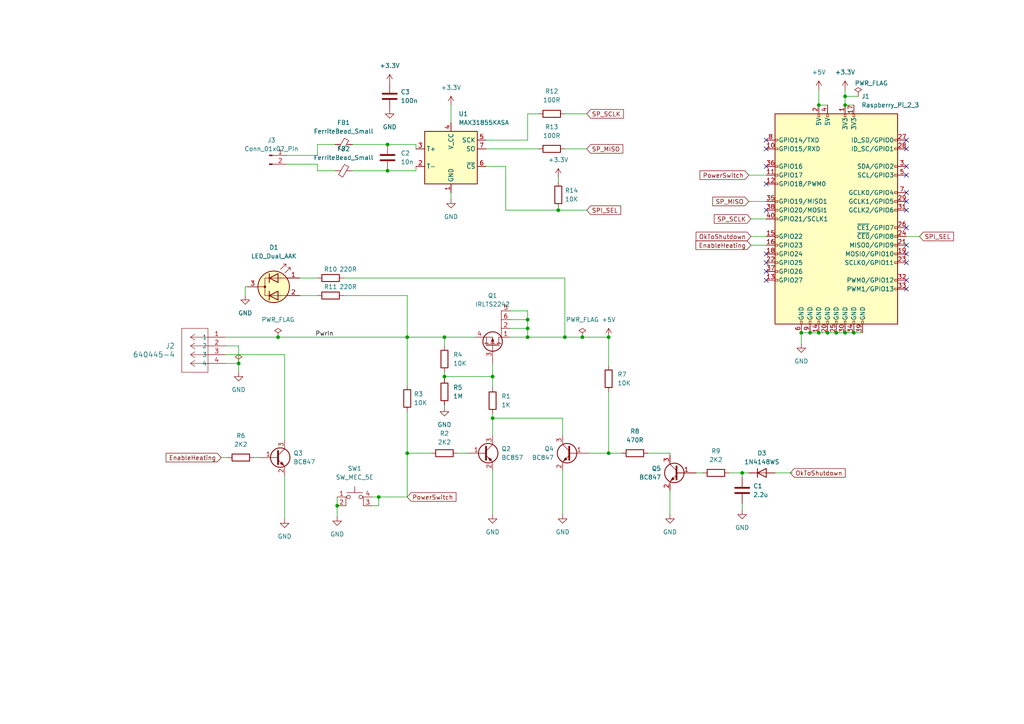
<source format=kicad_sch>
(kicad_sch (version 20230121) (generator eeschema)
  (paper "A4")
  (lib_symbols
    (symbol "Connector:Conn_01x02_Pin" (pin_names (offset 1.016) hide)
      (property "Reference" "J" (at 0 2.54 0))
      (property "Value" "Conn_01x02_Pin" (at 0 -5.08 0))
      (symbol "Conn_01x02_Pin_1_1"
        (polyline (pts (xy 1.27 -2.54) (xy 0.8636 -2.54)) (stroke (width 0.1524)))
        (polyline (pts (xy 1.27 0) (xy 0.8636 0)) (stroke (width 0.1524)))
        (rectangle (start 0.8636 -2.413) (end 0 -2.667) (stroke (width 0.1524)) (fill (type outline)))
        (rectangle (start 0.8636 0.127) (end 0 -0.127) (stroke (width 0.1524)) (fill (type outline)))
        (pin passive line (at 5.08 0 180) (length 3.81) (name "Pin_1") (number "1"))
        (pin passive line (at 5.08 -2.54 180) (length 3.81) (name "Pin_2") (number "2"))
      )
    )
    (symbol "Connector:Raspberry_Pi_2_3" (pin_names (offset 1.016))
      (property "Reference" "J" (at -17.78 31.75 0))
      (property "Value" "Raspberry_Pi_2_3" (at 10.16 -31.75 0))
      (symbol "Raspberry_Pi_2_3_0_1"
        (rectangle (start -17.78 30.48) (end 17.78 -30.48) (stroke (width 0.254)) (fill (type background)))
      )
      (symbol "Raspberry_Pi_2_3_1_1"
        (rectangle (start -16.891 -17.526) (end -17.78 -18.034))
        (rectangle (start -16.891 -14.986) (end -17.78 -15.494))
        (rectangle (start -16.891 -12.446) (end -17.78 -12.954))
        (rectangle (start -16.891 -9.906) (end -17.78 -10.414))
        (rectangle (start -16.891 -7.366) (end -17.78 -7.874))
        (rectangle (start -16.891 -4.826) (end -17.78 -5.334))
        (rectangle (start -16.891 0.254) (end -17.78 -0.254))
        (rectangle (start -16.891 2.794) (end -17.78 2.286))
        (rectangle (start -16.891 5.334) (end -17.78 4.826))
        (rectangle (start -16.891 10.414) (end -17.78 9.906))
        (rectangle (start -16.891 12.954) (end -17.78 12.446))
        (rectangle (start -16.891 15.494) (end -17.78 14.986))
        (rectangle (start -16.891 20.574) (end -17.78 20.066))
        (rectangle (start -16.891 23.114) (end -17.78 22.606))
        (rectangle (start -10.414 -29.591) (end -9.906 -30.48))
        (rectangle (start -7.874 -29.591) (end -7.366 -30.48))
        (rectangle (start -5.334 -29.591) (end -4.826 -30.48))
        (rectangle (start -5.334 30.48) (end -4.826 29.591))
        (rectangle (start -2.794 -29.591) (end -2.286 -30.48))
        (rectangle (start -2.794 30.48) (end -2.286 29.591))
        (rectangle (start -0.254 -29.591) (end 0.254 -30.48))
        (rectangle (start 2.286 -29.591) (end 2.794 -30.48))
        (rectangle (start 2.286 30.48) (end 2.794 29.591))
        (rectangle (start 4.826 -29.591) (end 5.334 -30.48))
        (rectangle (start 4.826 30.48) (end 5.334 29.591))
        (rectangle (start 7.366 -29.591) (end 7.874 -30.48))
        (rectangle (start 17.78 -20.066) (end 16.891 -20.574))
        (rectangle (start 17.78 -17.526) (end 16.891 -18.034))
        (rectangle (start 17.78 -12.446) (end 16.891 -12.954))
        (rectangle (start 17.78 -9.906) (end 16.891 -10.414))
        (rectangle (start 17.78 -7.366) (end 16.891 -7.874))
        (rectangle (start 17.78 -4.826) (end 16.891 -5.334))
        (rectangle (start 17.78 -2.286) (end 16.891 -2.794))
        (rectangle (start 17.78 2.794) (end 16.891 2.286))
        (rectangle (start 17.78 5.334) (end 16.891 4.826))
        (rectangle (start 17.78 7.874) (end 16.891 7.366))
        (rectangle (start 17.78 12.954) (end 16.891 12.446))
        (rectangle (start 17.78 15.494) (end 16.891 14.986))
        (rectangle (start 17.78 20.574) (end 16.891 20.066))
        (rectangle (start 17.78 23.114) (end 16.891 22.606))
        (pin power_in line (at 2.54 33.02 270) (length 2.54) (name "3V3") (number "1"))
        (pin bidirectional line (at -20.32 20.32 0) (length 2.54) (name "GPIO15/RXD") (number "10"))
        (pin bidirectional line (at -20.32 12.7 0) (length 2.54) (name "GPIO17") (number "11"))
        (pin bidirectional line (at -20.32 10.16 0) (length 2.54) (name "GPIO18/PWM0") (number "12"))
        (pin bidirectional line (at -20.32 -17.78 0) (length 2.54) (name "GPIO27") (number "13"))
        (pin power_in line (at -5.08 -33.02 90) (length 2.54) (name "GND") (number "14"))
        (pin bidirectional line (at -20.32 -5.08 0) (length 2.54) (name "GPIO22") (number "15"))
        (pin bidirectional line (at -20.32 -7.62 0) (length 2.54) (name "GPIO23") (number "16"))
        (pin power_in line (at 5.08 33.02 270) (length 2.54) (name "3V3") (number "17"))
        (pin bidirectional line (at -20.32 -10.16 0) (length 2.54) (name "GPIO24") (number "18"))
        (pin bidirectional line (at 20.32 -10.16 180) (length 2.54) (name "MOSI0/GPIO10") (number "19"))
        (pin power_in line (at -5.08 33.02 270) (length 2.54) (name "5V") (number "2"))
        (pin power_in line (at -2.54 -33.02 90) (length 2.54) (name "GND") (number "20"))
        (pin bidirectional line (at 20.32 -7.62 180) (length 2.54) (name "MISO0/GPIO9") (number "21"))
        (pin bidirectional line (at -20.32 -12.7 0) (length 2.54) (name "GPIO25") (number "22"))
        (pin bidirectional line (at 20.32 -12.7 180) (length 2.54) (name "SCLK0/GPIO11") (number "23"))
        (pin bidirectional line (at 20.32 -5.08 180) (length 2.54) (name "~{CE0}/GPIO8") (number "24"))
        (pin power_in line (at 0 -33.02 90) (length 2.54) (name "GND") (number "25"))
        (pin bidirectional line (at 20.32 -2.54 180) (length 2.54) (name "~{CE1}/GPIO7") (number "26"))
        (pin bidirectional line (at 20.32 22.86 180) (length 2.54) (name "ID_SD/GPIO0") (number "27"))
        (pin bidirectional line (at 20.32 20.32 180) (length 2.54) (name "ID_SC/GPIO1") (number "28"))
        (pin bidirectional line (at 20.32 5.08 180) (length 2.54) (name "GCLK1/GPIO5") (number "29"))
        (pin bidirectional line (at 20.32 15.24 180) (length 2.54) (name "SDA/GPIO2") (number "3"))
        (pin power_in line (at 2.54 -33.02 90) (length 2.54) (name "GND") (number "30"))
        (pin bidirectional line (at 20.32 2.54 180) (length 2.54) (name "GCLK2/GPIO6") (number "31"))
        (pin bidirectional line (at 20.32 -17.78 180) (length 2.54) (name "PWM0/GPIO12") (number "32"))
        (pin bidirectional line (at 20.32 -20.32 180) (length 2.54) (name "PWM1/GPIO13") (number "33"))
        (pin power_in line (at 5.08 -33.02 90) (length 2.54) (name "GND") (number "34"))
        (pin bidirectional line (at -20.32 5.08 0) (length 2.54) (name "GPIO19/MISO1") (number "35"))
        (pin bidirectional line (at -20.32 15.24 0) (length 2.54) (name "GPIO16") (number "36"))
        (pin bidirectional line (at -20.32 -15.24 0) (length 2.54) (name "GPIO26") (number "37"))
        (pin bidirectional line (at -20.32 2.54 0) (length 2.54) (name "GPIO20/MOSI1") (number "38"))
        (pin power_in line (at 7.62 -33.02 90) (length 2.54) (name "GND") (number "39"))
        (pin power_in line (at -2.54 33.02 270) (length 2.54) (name "5V") (number "4"))
        (pin bidirectional line (at -20.32 0 0) (length 2.54) (name "GPIO21/SCLK1") (number "40"))
        (pin bidirectional line (at 20.32 12.7 180) (length 2.54) (name "SCL/GPIO3") (number "5"))
        (pin power_in line (at -10.16 -33.02 90) (length 2.54) (name "GND") (number "6"))
        (pin bidirectional line (at 20.32 7.62 180) (length 2.54) (name "GCLK0/GPIO4") (number "7"))
        (pin bidirectional line (at -20.32 22.86 0) (length 2.54) (name "GPIO14/TXD") (number "8"))
        (pin power_in line (at -7.62 -33.02 90) (length 2.54) (name "GND") (number "9"))
      )
    )
    (symbol "Device:C" (pin_numbers hide) (pin_names (offset 0.254))
      (property "Reference" "C" (at 0.635 2.54 0))
      (property "Value" "C" (at 0.635 -2.54 0))
      (symbol "C_0_1"
        (polyline (pts (xy -2.032 -0.762) (xy 2.032 -0.762)) (stroke (width 0.508)))
        (polyline (pts (xy -2.032 0.762) (xy 2.032 0.762)) (stroke (width 0.508)))
      )
      (symbol "C_1_1"
        (pin passive line (at 0 3.81 270) (length 2.794) (name "~") (number "1"))
        (pin passive line (at 0 -3.81 90) (length 2.794) (name "~") (number "2"))
      )
    )
    (symbol "Device:FerriteBead_Small" (pin_numbers hide) (pin_names (offset 0))
      (property "Reference" "FB" (at 1.905 1.27 0))
      (property "Value" "FerriteBead_Small" (at 1.905 -1.27 0))
      (symbol "FerriteBead_Small_0_1"
        (polyline (pts (xy 0 -1.27) (xy 0 -0.7874)))
        (polyline (pts (xy 0 0.889) (xy 0 1.2954)))
        (polyline (pts (xy -1.8288 0.2794) (xy -1.1176 1.4986) (xy 1.8288 -0.2032) (xy 1.1176 -1.4224) (xy -1.8288 0.2794)))
      )
      (symbol "FerriteBead_Small_1_1"
        (pin passive line (at 0 2.54 270) (length 1.27) (name "~") (number "1"))
        (pin passive line (at 0 -2.54 90) (length 1.27) (name "~") (number "2"))
      )
    )
    (symbol "Device:LED_Dual_AAK" (pin_names (offset 0) hide)
      (property "Reference" "D" (at 0 5.715 0))
      (property "Value" "LED_Dual_AAK" (at 0 -6.35 0))
      (symbol "LED_Dual_AAK_0_1"
        (circle (center -2.54 0) (radius 0.2794) (fill (type outline)))
        (polyline (pts (xy -4.572 0) (xy -2.54 0)))
        (polyline (pts (xy -1.27 -1.27) (xy -1.27 -3.81)) (stroke (width 0.254)))
        (polyline (pts (xy -1.27 1.27) (xy -1.27 3.81)) (stroke (width 0.254)))
        (polyline (pts (xy 3.81 -2.54) (xy 1.905 -2.54)))
        (polyline (pts (xy 3.81 2.54) (xy 1.905 2.54)))
        (polyline (pts (xy 1.27 -3.81) (xy 1.27 -1.27) (xy -1.27 -2.54) (xy 1.27 -3.81)) (stroke (width 0.254)))
        (polyline (pts (xy 1.27 1.27) (xy 1.27 3.81) (xy -1.27 2.54) (xy 1.27 1.27)) (stroke (width 0.254)))
        (polyline (pts (xy 2.032 2.54) (xy -2.54 2.54) (xy -2.54 -2.54) (xy 2.032 -2.54)))
        (polyline (pts (xy 2.032 5.08) (xy 3.556 6.604) (xy 2.794 6.604) (xy 3.556 6.604) (xy 3.556 5.842)))
        (polyline (pts (xy 3.302 4.064) (xy 4.826 5.588) (xy 4.064 5.588) (xy 4.826 5.588) (xy 4.826 4.826)))
        (circle (center 0 0) (radius 4.572) (stroke (width 0.254)) (fill (type background)))
      )
      (symbol "LED_Dual_AAK_1_1"
        (pin input line (at 7.62 2.54 180) (length 3.81) (name "A1") (number "1"))
        (pin input line (at 7.62 -2.54 180) (length 3.81) (name "A2") (number "2"))
        (pin input line (at -7.62 0 0) (length 3.048) (name "K") (number "3"))
      )
    )
    (symbol "Device:R" (pin_numbers hide) (pin_names (offset 0))
      (property "Reference" "R" (at 2.032 0 90))
      (property "Value" "R" (at 0 0 90))
      (symbol "R_0_1"
        (rectangle (start -1.016 -2.54) (end 1.016 2.54) (stroke (width 0.254)))
      )
      (symbol "R_1_1"
        (pin passive line (at 0 3.81 270) (length 1.27) (name "~") (number "1"))
        (pin passive line (at 0 -3.81 90) (length 1.27) (name "~") (number "2"))
      )
    )
    (symbol "Diode:1N4148WS" (pin_numbers hide) (pin_names hide)
      (property "Reference" "D" (at 0 2.54 0))
      (property "Value" "1N4148WS" (at 0 -2.54 0))
      (symbol "1N4148WS_0_1"
        (polyline (pts (xy -1.27 1.27) (xy -1.27 -1.27)) (stroke (width 0.254)))
        (polyline (pts (xy 1.27 0) (xy -1.27 0)))
        (polyline (pts (xy 1.27 1.27) (xy 1.27 -1.27) (xy -1.27 0) (xy 1.27 1.27)) (stroke (width 0.254)))
      )
      (symbol "1N4148WS_1_1"
        (pin passive line (at -3.81 0 0) (length 2.54) (name "K") (number "1"))
        (pin passive line (at 3.81 0 180) (length 2.54) (name "A") (number "2"))
      )
    )
    (symbol "IRLTS2242:IRLTS2242" (pin_names (offset 0) hide)
      (property "Reference" "Q" (at 7.62 1.27 0))
      (property "Value" "IRLTS2242" (at 15.24 -1.27 0))
      (symbol "IRLTS2242_0_1"
        (polyline (pts (xy 0.762 -1.778) (xy 2.54 -1.778)))
        (polyline (pts (xy 0.762 -1.27) (xy 0.762 -2.286)) (stroke (width 0.254)))
        (polyline (pts (xy 0.762 0) (xy 2.54 0)))
        (polyline (pts (xy 0.762 0.508) (xy 0.762 -0.508)) (stroke (width 0.254)))
        (polyline (pts (xy 0.762 1.778) (xy 2.54 1.778)))
        (polyline (pts (xy 0.762 2.286) (xy 0.762 1.27)) (stroke (width 0.254)))
        (polyline (pts (xy 2.54 -1.778) (xy 2.54 -2.54)))
        (polyline (pts (xy 2.54 -1.778) (xy 2.54 0)))
        (polyline (pts (xy 2.54 2.54) (xy 2.54 1.778)))
        (polyline (pts (xy 5.08 2.54) (xy 2.54 2.54)))
        (polyline (pts (xy 8.89 -1.27) (xy 8.89 -1.27)))
        (polyline (pts (xy 10.16 2.54) (xy 5.08 2.54)))
        (polyline (pts (xy 0.254 1.905) (xy 0.254 -1.905) (xy 0.254 -1.905)) (stroke (width 0.254)))
        (polyline (pts (xy 2.286 0) (xy 1.27 -0.381) (xy 1.27 0.381) (xy 2.286 0)) (fill (type outline)))
        (circle (center 1.27 0) (radius 2.8194) (stroke (width 0.254)))
      )
      (symbol "IRLTS2242_1_1"
        (pin passive line (at 2.54 5.08 270) (length 2.54) (name "D") (number "1"))
        (pin passive line (at 5.08 5.08 270) (length 2.54) (name "D") (number "2"))
        (pin input line (at -5.08 0 0) (length 5.334) (name "G") (number "3"))
        (pin passive line (at 2.54 -5.08 90) (length 2.54) (name "S") (number "4"))
        (pin passive line (at 10.16 5.08 270) (length 2.54) (name "D") (number "5"))
        (pin input line (at 7.62 5.08 270) (length 2.54) (name "D") (number "6"))
      )
    )
    (symbol "Sensor_Temperature:MAX31855KASA"
      (property "Reference" "U" (at -7.62 8.89 0))
      (property "Value" "MAX31855KASA" (at 1.27 8.89 0))
      (symbol "MAX31855KASA_0_1"
        (rectangle (start -7.62 7.62) (end 7.62 -7.62) (stroke (width 0.254)) (fill (type background)))
      )
      (symbol "MAX31855KASA_1_1"
        (pin power_in line (at 0 -10.16 90) (length 2.54) (name "GND") (number "1"))
        (pin passive line (at -10.16 -2.54 0) (length 2.54) (name "T-") (number "2"))
        (pin passive line (at -10.16 2.54 0) (length 2.54) (name "T+") (number "3"))
        (pin power_in line (at 0 10.16 270) (length 2.54) (name "V_CC") (number "4"))
        (pin input line (at 10.16 5.08 180) (length 2.54) (name "SCK") (number "5"))
        (pin input line (at 10.16 -2.54 180) (length 2.54) (name "~{CS}") (number "6"))
        (pin tri_state line (at 10.16 2.54 180) (length 2.54) (name "SO") (number "7"))
      )
    )
    (symbol "Switch:SW_MEC_5E" (pin_names (offset 1.016) hide)
      (property "Reference" "SW" (at 0.635 5.715 0))
      (property "Value" "SW_MEC_5E" (at 0 -3.175 0))
      (symbol "SW_MEC_5E_0_1"
        (circle (center -1.778 2.54) (radius 0.508))
        (polyline (pts (xy -2.286 3.81) (xy 2.286 3.81)))
        (polyline (pts (xy 0 3.81) (xy 0 5.588)))
        (polyline (pts (xy -2.54 0) (xy -2.54 2.54) (xy -2.286 2.54)))
        (polyline (pts (xy 2.54 0) (xy 2.54 2.54) (xy 2.286 2.54)))
        (circle (center 1.778 2.54) (radius 0.508))
        (pin passive line (at -5.08 2.54 0) (length 2.54) (name "1") (number "1"))
        (pin passive line (at -5.08 0 0) (length 2.54) (name "2") (number "2"))
        (pin passive line (at 5.08 0 180) (length 2.54) (name "K") (number "3"))
        (pin passive line (at 5.08 2.54 180) (length 2.54) (name "A") (number "4"))
      )
    )
    (symbol "TE-Connector:640445-4" (pin_names (offset 0.254))
      (property "Reference" "J" (at 8.89 6.35 0))
      (property "Value" "640445-4" (at 0 0 0))
      (symbol "640445-4_1_1"
        (polyline (pts (xy 5.08 -10.16) (xy 12.7 -10.16)) (stroke (width 0.127)))
        (polyline (pts (xy 5.08 2.54) (xy 5.08 -10.16)) (stroke (width 0.127)))
        (polyline (pts (xy 10.16 -7.62) (xy 5.08 -7.62)) (stroke (width 0.127)))
        (polyline (pts (xy 10.16 -7.62) (xy 8.89 -8.4667)) (stroke (width 0.127)))
        (polyline (pts (xy 10.16 -7.62) (xy 8.89 -6.7733)) (stroke (width 0.127)))
        (polyline (pts (xy 10.16 -5.08) (xy 5.08 -5.08)) (stroke (width 0.127)))
        (polyline (pts (xy 10.16 -5.08) (xy 8.89 -5.9267)) (stroke (width 0.127)))
        (polyline (pts (xy 10.16 -5.08) (xy 8.89 -4.2333)) (stroke (width 0.127)))
        (polyline (pts (xy 10.16 -2.54) (xy 5.08 -2.54)) (stroke (width 0.127)))
        (polyline (pts (xy 10.16 -2.54) (xy 8.89 -3.3867)) (stroke (width 0.127)))
        (polyline (pts (xy 10.16 -2.54) (xy 8.89 -1.6933)) (stroke (width 0.127)))
        (polyline (pts (xy 10.16 0) (xy 5.08 0)) (stroke (width 0.127)))
        (polyline (pts (xy 10.16 0) (xy 8.89 -0.8467)) (stroke (width 0.127)))
        (polyline (pts (xy 10.16 0) (xy 8.89 0.8467)) (stroke (width 0.127)))
        (polyline (pts (xy 12.7 -10.16) (xy 12.7 2.54)) (stroke (width 0.127)))
        (polyline (pts (xy 12.7 2.54) (xy 5.08 2.54)) (stroke (width 0.127)))
        (pin unspecified line (at 0 0 0) (length 5.08) (name "1") (number "1"))
        (pin unspecified line (at 0 -2.54 0) (length 5.08) (name "2") (number "2"))
        (pin unspecified line (at 0 -5.08 0) (length 5.08) (name "3") (number "3"))
        (pin unspecified line (at 0 -7.62 0) (length 5.08) (name "4") (number "4"))
      )
      (symbol "640445-4_1_2"
        (polyline (pts (xy 5.08 -10.16) (xy 12.7 -10.16)) (stroke (width 0.127)))
        (polyline (pts (xy 5.08 2.54) (xy 5.08 -10.16)) (stroke (width 0.127)))
        (polyline (pts (xy 7.62 -7.62) (xy 5.08 -7.62)) (stroke (width 0.127)))
        (polyline (pts (xy 7.62 -7.62) (xy 8.89 -8.4667)) (stroke (width 0.127)))
        (polyline (pts (xy 7.62 -7.62) (xy 8.89 -6.7733)) (stroke (width 0.127)))
        (polyline (pts (xy 7.62 -5.08) (xy 5.08 -5.08)) (stroke (width 0.127)))
        (polyline (pts (xy 7.62 -5.08) (xy 8.89 -5.9267)) (stroke (width 0.127)))
        (polyline (pts (xy 7.62 -5.08) (xy 8.89 -4.2333)) (stroke (width 0.127)))
        (polyline (pts (xy 7.62 -2.54) (xy 5.08 -2.54)) (stroke (width 0.127)))
        (polyline (pts (xy 7.62 -2.54) (xy 8.89 -3.3867)) (stroke (width 0.127)))
        (polyline (pts (xy 7.62 -2.54) (xy 8.89 -1.6933)) (stroke (width 0.127)))
        (polyline (pts (xy 7.62 0) (xy 5.08 0)) (stroke (width 0.127)))
        (polyline (pts (xy 7.62 0) (xy 8.89 -0.8467)) (stroke (width 0.127)))
        (polyline (pts (xy 7.62 0) (xy 8.89 0.8467)) (stroke (width 0.127)))
        (polyline (pts (xy 12.7 -10.16) (xy 12.7 2.54)) (stroke (width 0.127)))
        (polyline (pts (xy 12.7 2.54) (xy 5.08 2.54)) (stroke (width 0.127)))
        (pin unspecified line (at 0 0 0) (length 5.08) (name "1") (number "1"))
        (pin unspecified line (at 0 -2.54 0) (length 5.08) (name "2") (number "2"))
        (pin unspecified line (at 0 -5.08 0) (length 5.08) (name "3") (number "3"))
        (pin unspecified line (at 0 -7.62 0) (length 5.08) (name "4") (number "4"))
      )
    )
    (symbol "Transistor_BJT:BC847" (pin_names (offset 0) hide)
      (property "Reference" "Q" (at 5.08 1.905 0))
      (property "Value" "BC847" (at 5.08 0 0))
      (symbol "BC847_0_1"
        (polyline (pts (xy 0.635 0.635) (xy 2.54 2.54)))
        (polyline (pts (xy 0.635 -0.635) (xy 2.54 -2.54) (xy 2.54 -2.54)))
        (polyline (pts (xy 0.635 1.905) (xy 0.635 -1.905) (xy 0.635 -1.905)) (stroke (width 0.508)))
        (polyline (pts (xy 1.27 -1.778) (xy 1.778 -1.27) (xy 2.286 -2.286) (xy 1.27 -1.778) (xy 1.27 -1.778)) (fill (type outline)))
        (circle (center 1.27 0) (radius 2.8194) (stroke (width 0.254)))
      )
      (symbol "BC847_1_1"
        (pin input line (at -5.08 0 0) (length 5.715) (name "B") (number "1"))
        (pin passive line (at 2.54 -5.08 90) (length 2.54) (name "E") (number "2"))
        (pin passive line (at 2.54 5.08 270) (length 2.54) (name "C") (number "3"))
      )
    )
    (symbol "Transistor_BJT:BC857" (pin_names (offset 0) hide)
      (property "Reference" "Q" (at 5.08 1.905 0))
      (property "Value" "BC857" (at 5.08 0 0))
      (symbol "BC857_0_1"
        (polyline (pts (xy 0.635 0.635) (xy 2.54 2.54)))
        (polyline (pts (xy 0.635 -0.635) (xy 2.54 -2.54) (xy 2.54 -2.54)))
        (polyline (pts (xy 0.635 1.905) (xy 0.635 -1.905) (xy 0.635 -1.905)) (stroke (width 0.508)))
        (polyline (pts (xy 2.286 -1.778) (xy 1.778 -2.286) (xy 1.27 -1.27) (xy 2.286 -1.778) (xy 2.286 -1.778)) (fill (type outline)))
        (circle (center 1.27 0) (radius 2.8194) (stroke (width 0.254)))
      )
      (symbol "BC857_1_1"
        (pin input line (at -5.08 0 0) (length 5.715) (name "B") (number "1"))
        (pin passive line (at 2.54 -5.08 90) (length 2.54) (name "E") (number "2"))
        (pin passive line (at 2.54 5.08 270) (length 2.54) (name "C") (number "3"))
      )
    )
    (symbol "power:+3.3V" (power) (pin_names (offset 0))
      (property "Value" "+3.3V" (at 0 3.556 0))
      (symbol "+3.3V_0_1"
        (polyline (pts (xy -0.762 1.27) (xy 0 2.54)))
        (polyline (pts (xy 0 0) (xy 0 2.54)))
        (polyline (pts (xy 0 2.54) (xy 0.762 1.27)))
      )
      (symbol "+3.3V_1_1"
        (pin power_in line (at 0 0 90) (length 0) hide (name "+3.3V") (number "1"))
      )
    )
    (symbol "power:+5V" (power) (pin_names (offset 0))
      (property "Value" "+5V" (at 0 3.556 0))
      (symbol "+5V_0_1"
        (polyline (pts (xy -0.762 1.27) (xy 0 2.54)))
        (polyline (pts (xy 0 0) (xy 0 2.54)))
        (polyline (pts (xy 0 2.54) (xy 0.762 1.27)))
      )
      (symbol "+5V_1_1"
        (pin power_in line (at 0 0 90) (length 0) hide (name "+5V") (number "1"))
      )
    )
    (symbol "power:GND" (power) (pin_names (offset 0))
      (property "Value" "GND" (at 0 -3.81 0))
      (symbol "GND_0_1"
        (polyline (pts (xy 0 0) (xy 0 -1.27) (xy 1.27 -1.27) (xy 0 -2.54) (xy -1.27 -1.27) (xy 0 -1.27)))
      )
      (symbol "GND_1_1"
        (pin power_in line (at 0 0 270) (length 0) hide (name "GND") (number "1"))
      )
    )
    (symbol "power:PWR_FLAG" (power) (pin_numbers hide) (pin_names (offset 0) hide)
      (property "Value" "PWR_FLAG" (at 0 3.81 0))
      (symbol "PWR_FLAG_0_0"
        (pin power_out line (at 0 0 90) (length 0) (name "pwr") (number "1"))
      )
      (symbol "PWR_FLAG_0_1"
        (polyline (pts (xy 0 0) (xy 0 1.27) (xy -1.016 1.905) (xy 0 2.54) (xy 1.016 1.905) (xy 0 1.27)))
      )
    )
  )
  (junction (at 232.41 96.52))
  (junction (at 97.79 146.685))
  (junction (at 237.49 30.48))
  (junction (at 80.645 97.79))
  (junction (at 161.925 60.96))
  (junction (at 234.95 96.52))
  (junction (at 69.215 105.41))
  (junction (at 215.265 137.16))
  (junction (at 237.49 96.52))
  (junction (at 142.875 121.285))
  (junction (at 128.905 97.79))
  (junction (at 245.11 27.94))
  (junction (at 245.11 30.48))
  (junction (at 242.57 96.52))
  (junction (at 109.855 144.145))
  (junction (at 153.035 95.25))
  (junction (at 153.035 97.79))
  (junction (at 118.11 97.79))
  (junction (at 240.03 96.52))
  (junction (at 118.11 131.445))
  (junction (at 245.11 96.52))
  (junction (at 153.035 92.71))
  (junction (at 142.875 109.22))
  (junction (at 168.91 97.79))
  (junction (at 176.53 131.445))
  (junction (at 247.65 96.52))
  (junction (at 176.53 97.79))
  (junction (at 112.395 49.53))
  (junction (at 112.395 41.91))
  (junction (at 128.905 109.22))
  (junction (at 163.83 97.79))
  (no_connect (at 262.89 58.42))
  (no_connect (at 222.25 53.34))
  (no_connect (at 262.89 76.2))
  (no_connect (at 262.89 83.82))
  (no_connect (at 262.89 50.8))
  (no_connect (at 262.89 43.18))
  (no_connect (at 222.25 40.64))
  (no_connect (at 222.25 73.66))
  (no_connect (at 262.89 55.88))
  (no_connect (at 222.25 78.74))
  (no_connect (at 262.89 71.12))
  (no_connect (at 262.89 81.28))
  (no_connect (at 222.25 43.18))
  (no_connect (at 262.89 66.04))
  (no_connect (at 222.25 60.96))
  (no_connect (at 222.25 48.26))
  (no_connect (at 222.25 76.2))
  (no_connect (at 262.89 40.64))
  (no_connect (at 262.89 73.66))
  (no_connect (at 222.25 81.28))
  (no_connect (at 262.89 48.26))
  (no_connect (at 262.89 60.96))
  (wire (pts (xy 128.905 107.95) (xy 128.905 109.22)))
  (wire (pts (xy 140.97 48.26) (xy 146.685 48.26)))
  (wire (pts (xy 128.905 97.79) (xy 118.11 97.79)))
  (wire (pts (xy 128.905 109.22) (xy 128.905 109.855)))
  (wire (pts (xy 92.075 45.085) (xy 92.075 41.91)))
  (wire (pts (xy 215.265 146.05) (xy 215.265 147.955)))
  (wire (pts (xy 153.035 97.79) (xy 163.83 97.79)))
  (wire (pts (xy 97.79 144.145) (xy 97.79 146.685)))
  (wire (pts (xy 153.035 95.25) (xy 153.035 97.79)))
  (wire (pts (xy 65.405 102.87) (xy 82.55 102.87)))
  (wire (pts (xy 250.19 96.52) (xy 247.65 96.52)))
  (wire (pts (xy 109.855 144.145) (xy 109.855 146.685)))
  (wire (pts (xy 247.65 96.52) (xy 245.11 96.52)))
  (wire (pts (xy 163.195 121.285) (xy 142.875 121.285)))
  (wire (pts (xy 86.995 80.645) (xy 92.075 80.645)))
  (wire (pts (xy 194.31 142.24) (xy 194.31 149.225)))
  (wire (pts (xy 217.805 71.12) (xy 222.25 71.12)))
  (wire (pts (xy 128.905 100.33) (xy 128.905 97.79)))
  (wire (pts (xy 80.645 97.79) (xy 118.11 97.79)))
  (wire (pts (xy 262.89 68.58) (xy 266.7 68.58)))
  (wire (pts (xy 248.92 27.94) (xy 245.11 27.94)))
  (wire (pts (xy 215.265 138.43) (xy 215.265 137.16)))
  (wire (pts (xy 120.65 41.91) (xy 112.395 41.91)))
  (wire (pts (xy 187.96 131.445) (xy 194.31 131.445)))
  (wire (pts (xy 69.215 100.33) (xy 69.215 105.41)))
  (wire (pts (xy 176.53 131.445) (xy 180.34 131.445)))
  (wire (pts (xy 118.11 85.725) (xy 118.11 97.79)))
  (wire (pts (xy 132.715 131.445) (xy 135.255 131.445)))
  (wire (pts (xy 176.53 97.79) (xy 176.53 106.045)))
  (wire (pts (xy 92.075 41.91) (xy 97.155 41.91)))
  (wire (pts (xy 128.905 117.475) (xy 128.905 118.11)))
  (wire (pts (xy 163.195 126.365) (xy 163.195 121.285)))
  (wire (pts (xy 82.55 137.795) (xy 82.55 150.495)))
  (wire (pts (xy 97.79 146.685) (xy 97.79 149.86)))
  (wire (pts (xy 71.12 85.725) (xy 71.12 83.185)))
  (wire (pts (xy 234.95 96.52) (xy 232.41 96.52)))
  (wire (pts (xy 71.12 83.185) (xy 71.755 83.185)))
  (wire (pts (xy 237.49 30.48) (xy 240.03 30.48)))
  (wire (pts (xy 140.97 40.64) (xy 153.035 40.64)))
  (wire (pts (xy 142.875 109.22) (xy 142.875 112.395)))
  (wire (pts (xy 168.91 97.79) (xy 176.53 97.79)))
  (wire (pts (xy 217.805 68.58) (xy 222.25 68.58)))
  (wire (pts (xy 109.855 146.685) (xy 107.95 146.685)))
  (wire (pts (xy 147.955 95.25) (xy 153.035 95.25)))
  (wire (pts (xy 161.925 60.96) (xy 146.685 60.96)))
  (wire (pts (xy 237.49 96.52) (xy 234.95 96.52)))
  (wire (pts (xy 92.075 49.53) (xy 92.075 47.625)))
  (wire (pts (xy 130.81 55.88) (xy 130.81 57.785)))
  (wire (pts (xy 242.57 96.52) (xy 240.03 96.52)))
  (wire (pts (xy 118.11 119.38) (xy 118.11 131.445)))
  (wire (pts (xy 142.875 120.015) (xy 142.875 121.285)))
  (wire (pts (xy 142.875 105.41) (xy 142.875 109.22)))
  (wire (pts (xy 147.955 92.71) (xy 153.035 92.71)))
  (wire (pts (xy 146.685 60.96) (xy 146.685 48.26)))
  (wire (pts (xy 153.035 92.71) (xy 153.035 95.25)))
  (wire (pts (xy 153.035 40.64) (xy 153.035 33.02)))
  (wire (pts (xy 69.215 105.41) (xy 65.405 105.41)))
  (wire (pts (xy 245.11 26.035) (xy 245.11 27.94)))
  (wire (pts (xy 120.65 49.53) (xy 112.395 49.53)))
  (wire (pts (xy 102.235 49.53) (xy 112.395 49.53)))
  (wire (pts (xy 232.41 96.52) (xy 232.41 99.695)))
  (wire (pts (xy 176.53 113.665) (xy 176.53 131.445)))
  (wire (pts (xy 125.095 131.445) (xy 118.11 131.445)))
  (wire (pts (xy 194.31 131.445) (xy 194.31 132.08)))
  (wire (pts (xy 107.95 144.145) (xy 109.855 144.145)))
  (wire (pts (xy 73.66 132.715) (xy 74.93 132.715)))
  (wire (pts (xy 163.83 80.645) (xy 163.83 97.79)))
  (wire (pts (xy 211.455 137.16) (xy 215.265 137.16)))
  (wire (pts (xy 245.11 27.94) (xy 245.11 30.48)))
  (wire (pts (xy 137.795 97.79) (xy 128.905 97.79)))
  (wire (pts (xy 240.03 96.52) (xy 237.49 96.52)))
  (wire (pts (xy 120.65 48.26) (xy 120.65 49.53)))
  (wire (pts (xy 83.185 47.625) (xy 92.075 47.625)))
  (wire (pts (xy 86.995 85.725) (xy 92.075 85.725)))
  (wire (pts (xy 66.04 132.715) (xy 64.135 132.715)))
  (wire (pts (xy 97.155 49.53) (xy 92.075 49.53)))
  (wire (pts (xy 170.18 33.02) (xy 163.83 33.02)))
  (wire (pts (xy 99.695 85.725) (xy 118.11 85.725)))
  (wire (pts (xy 201.93 137.16) (xy 203.835 137.16)))
  (wire (pts (xy 128.905 109.22) (xy 142.875 109.22)))
  (wire (pts (xy 245.11 96.52) (xy 242.57 96.52)))
  (wire (pts (xy 118.11 97.79) (xy 118.11 111.76)))
  (wire (pts (xy 118.11 144.145) (xy 118.11 131.445)))
  (wire (pts (xy 65.405 97.79) (xy 80.645 97.79)))
  (wire (pts (xy 83.185 45.085) (xy 92.075 45.085)))
  (wire (pts (xy 147.955 97.79) (xy 153.035 97.79)))
  (wire (pts (xy 245.11 30.48) (xy 247.65 30.48)))
  (wire (pts (xy 153.035 33.02) (xy 156.21 33.02)))
  (wire (pts (xy 140.97 43.18) (xy 156.21 43.18)))
  (wire (pts (xy 215.265 137.16) (xy 217.17 137.16)))
  (wire (pts (xy 82.55 102.87) (xy 82.55 127.635)))
  (wire (pts (xy 163.195 136.525) (xy 163.195 149.225)))
  (wire (pts (xy 217.17 58.42) (xy 222.25 58.42)))
  (wire (pts (xy 142.875 121.285) (xy 142.875 126.365)))
  (wire (pts (xy 153.035 90.17) (xy 153.035 92.71)))
  (wire (pts (xy 99.695 80.645) (xy 163.83 80.645)))
  (wire (pts (xy 69.215 105.41) (xy 69.215 107.95)))
  (wire (pts (xy 176.53 131.445) (xy 170.815 131.445)))
  (wire (pts (xy 224.79 137.16) (xy 229.87 137.16)))
  (wire (pts (xy 217.17 50.8) (xy 222.25 50.8)))
  (wire (pts (xy 161.925 60.96) (xy 161.925 60.325)))
  (wire (pts (xy 163.83 97.79) (xy 168.91 97.79)))
  (wire (pts (xy 102.235 41.91) (xy 112.395 41.91)))
  (wire (pts (xy 237.49 26.035) (xy 237.49 30.48)))
  (wire (pts (xy 109.855 144.145) (xy 118.11 144.145)))
  (wire (pts (xy 130.81 30.48) (xy 130.81 35.56)))
  (wire (pts (xy 142.875 136.525) (xy 142.875 149.225)))
  (wire (pts (xy 217.805 63.5) (xy 222.25 63.5)))
  (wire (pts (xy 65.405 100.33) (xy 69.215 100.33)))
  (wire (pts (xy 170.18 43.18) (xy 163.83 43.18)))
  (wire (pts (xy 147.955 90.17) (xy 153.035 90.17)))
  (wire (pts (xy 161.925 51.435) (xy 161.925 52.705)))
  (wire (pts (xy 170.18 60.96) (xy 161.925 60.96)))
  (wire (pts (xy 120.65 43.18) (xy 120.65 41.91)))
  (label "PwrIn" (at 91.44 97.79 0))
  (global_label "EnableHeating" (shape input) (at 64.135 132.715 180) (property "Intersheetrefs" "${INTERSHEET_REFS}" (effects hide)))
  (global_label "SP_SCLK" (shape input) (at 170.18 33.02 0) (property "Intersheetrefs" "${INTERSHEET_REFS}" (effects hide)))
  (global_label "OkToShutdown" (shape input) (at 229.235 137.16 0) (property "Intersheetrefs" "${INTERSHEET_REFS}" (effects hide)))
  (global_label "SPI_SEL" (shape input) (at 266.7 68.58 0) (property "Intersheetrefs" "${INTERSHEET_REFS}" (effects hide)))
  (global_label "PowerSwitch" (shape input) (at 217.17 50.8 180) (property "Intersheetrefs" "${INTERSHEET_REFS}" (effects hide)))
  (global_label "SP_SCLK" (shape input) (at 217.805 63.5 180) (property "Intersheetrefs" "${INTERSHEET_REFS}" (effects hide)))
  (global_label "EnableHeating" (shape input) (at 217.805 71.12 180) (property "Intersheetrefs" "${INTERSHEET_REFS}" (effects hide)))
  (global_label "PowerSwitch" (shape input) (at 118.11 144.145 0) (property "Intersheetrefs" "${INTERSHEET_REFS}" (effects hide)))
  (global_label "SP_MISO" (shape input) (at 217.17 58.42 180) (property "Intersheetrefs" "${INTERSHEET_REFS}" (effects hide)))
  (global_label "OkToShutdown" (shape input) (at 217.805 68.58 180) (property "Intersheetrefs" "${INTERSHEET_REFS}" (effects hide)))
  (global_label "SPI_SEL" (shape input) (at 170.18 60.96 0) (property "Intersheetrefs" "${INTERSHEET_REFS}" (effects hide)))
  (global_label "SP_MISO" (shape input) (at 170.18 43.18 0) (property "Intersheetrefs" "${INTERSHEET_REFS}" (effects hide)))
  (symbol (lib_id "Transistor_BJT:BC847") (at 165.735 131.445 0) (mirror y) (unit 1)
    (property "Reference" "Q4" (at 160.655 130.175 0) (effects (justify left)))
    (property "Value" "BC847" (at 160.655 132.715 0) (effects (justify left)))
    (property "Footprint" "Package_TO_SOT_SMD:SOT-23" (effects hide))
    (property "Datasheet" "http://www.infineon.com/dgdl/Infineon-BC847SERIES_BC848SERIES_BC849SERIES_BC850SERIES-DS-v01_01-en.pdf?fileId=db3a304314dca389011541d4630a1657" (effects hide))
  )
  (symbol (lib_id "power:GND") (at 69.215 107.95 0) (unit 1)
    (property "Reference" "#PWR01" (effects hide))
    (property "Value" "GND" (at 69.215 113.03 0))
  )
  (symbol (lib_id "power:GND") (at 215.265 147.955 0) (unit 1)
    (property "Reference" "#PWR07" (effects hide))
    (property "Value" "GND" (at 215.265 153.035 0))
  )
  (symbol (lib_id "power:+3.3V") (at 130.81 30.48 0) (unit 1)
    (property "Reference" "#PWR010" (effects hide))
    (property "Value" "+3.3V" (at 130.81 25.4 0))
  )
  (symbol (lib_id "Device:R") (at 176.53 109.855 0) (unit 1)
    (property "Reference" "R7" (at 179.07 108.585 0) (effects (justify left)))
    (property "Value" "10K" (at 179.07 111.125 0) (effects (justify left)))
    (property "Footprint" "Resistor_SMD:R_0805_2012Metric_Pad1.20x1.40mm_HandSolder" (effects hide))
  )
  (symbol (lib_id "power:PWR_FLAG") (at 168.91 97.79 0) (unit 1)
    (property "Reference" "#FLG03" (effects hide))
    (property "Value" "PWR_FLAG" (at 168.91 92.71 0))
  )
  (symbol (lib_id "Diode:1N4148WS") (at 220.98 137.16 0) (unit 1)
    (property "Reference" "D3" (at 220.98 131.445 0))
    (property "Value" "1N4148WS" (at 220.98 133.985 0))
    (property "Footprint" "Diode_SMD:D_SOD-323" (effects hide))
    (property "Datasheet" "https://www.vishay.com/docs/85751/1n4148ws.pdf" (effects hide))
    (property "Sim.Device" "D" (effects hide))
    (property "Sim.Pins" "1=K 2=A" (effects hide))
  )
  (symbol (lib_id "power:GND") (at 97.79 149.86 0) (unit 1)
    (property "Reference" "#PWR016" (effects hide))
    (property "Value" "GND" (at 97.79 154.94 0))
  )
  (symbol (lib_id "power:GND") (at 194.31 149.225 0) (unit 1)
    (property "Reference" "#PWR06" (effects hide))
    (property "Value" "GND" (at 194.31 154.305 0))
  )
  (symbol (lib_id "power:+3.3V") (at 161.925 51.435 0) (unit 1)
    (property "Reference" "#PWR011" (effects hide))
    (property "Value" "+3.3V" (at 161.925 46.355 0))
  )
  (symbol (lib_id "Transistor_BJT:BC847") (at 196.85 137.16 0) (mirror y) (unit 1)
    (property "Reference" "Q5" (at 191.77 135.89 0) (effects (justify left)))
    (property "Value" "BC847" (at 191.77 138.43 0) (effects (justify left)))
    (property "Footprint" "Package_TO_SOT_SMD:SOT-23" (effects hide))
    (property "Datasheet" "http://www.infineon.com/dgdl/Infineon-BC847SERIES_BC848SERIES_BC849SERIES_BC850SERIES-DS-v01_01-en.pdf?fileId=db3a304314dca389011541d4630a1657" (effects hide))
  )
  (symbol (lib_id "Device:R") (at 95.885 80.645 90) (unit 1)
    (property "Reference" "R10" (at 95.885 78.105 90))
    (property "Value" "220R" (at 100.965 78.105 90))
    (property "Footprint" "Resistor_SMD:R_0805_2012Metric_Pad1.20x1.40mm_HandSolder" (effects hide))
  )
  (symbol (lib_id "TE-Connector:640445-4") (at 65.405 97.79 0) (mirror y) (unit 1)
    (property "Reference" "J2" (at 50.8 100.33 0) (effects (font (size 1.524 1.524)) (justify left)))
    (property "Value" "640445-4" (at 50.8 102.87 0) (effects (font (size 1.524 1.524)) (justify left)))
    (property "Footprint" "TE-Connector:CONN4_640445-4_TEC" (effects hide))
    (property "Datasheet" "640445-4" (effects hide))
  )
  (symbol (lib_id "Device:FerriteBead_Small") (at 99.695 41.91 90) (unit 1)
    (property "Reference" "FB1" (at 99.6569 35.56 90))
    (property "Value" "FerriteBead_Small" (at 99.6569 38.1 90))
    (property "Footprint" "Resistor_SMD:R_0805_2012Metric_Pad1.20x1.40mm_HandSolder" (effects hide))
  )
  (symbol (lib_id "Device:FerriteBead_Small") (at 99.695 49.53 90) (unit 1)
    (property "Reference" "FB2" (at 99.6569 43.18 90))
    (property "Value" "FerriteBead_Small" (at 99.6569 45.72 90))
    (property "Footprint" "Resistor_SMD:R_0805_2012Metric_Pad1.20x1.40mm_HandSolder" (effects hide))
  )
  (symbol (lib_id "power:GND") (at 128.905 118.11 0) (unit 1)
    (property "Reference" "#PWR02" (effects hide))
    (property "Value" "GND" (at 128.905 123.19 0))
  )
  (symbol (lib_id "Device:R") (at 142.875 116.205 0) (unit 1)
    (property "Reference" "R1" (at 145.415 114.935 0) (effects (justify left)))
    (property "Value" "1K" (at 145.415 117.475 0) (effects (justify left)))
    (property "Footprint" "Resistor_SMD:R_0805_2012Metric_Pad1.20x1.40mm_HandSolder" (effects hide))
  )
  (symbol (lib_id "power:GND") (at 163.195 149.225 0) (unit 1)
    (property "Reference" "#PWR05" (effects hide))
    (property "Value" "GND" (at 163.195 154.305 0))
  )
  (symbol (lib_id "power:+3.3V") (at 245.11 26.035 0) (unit 1)
    (property "Reference" "#PWR014" (effects hide))
    (property "Value" "+3.3V" (at 245.11 20.955 0))
  )
  (symbol (lib_id "power:+5V") (at 237.49 26.035 0) (unit 1)
    (property "Reference" "#PWR015" (effects hide))
    (property "Value" "+5V" (at 237.49 20.955 0))
  )
  (symbol (lib_id "Device:C") (at 113.03 27.94 0) (unit 1)
    (property "Reference" "C3" (at 116.205 26.67 0) (effects (justify left)))
    (property "Value" "100n" (at 116.205 29.21 0) (effects (justify left)))
    (property "Footprint" "Capacitor_SMD:C_0805_2012Metric" (effects hide))
  )
  (symbol (lib_id "Switch:SW_MEC_5E") (at 102.87 146.685 0) (unit 1)
    (property "Reference" "SW1" (at 102.87 135.89 0))
    (property "Value" "SW_MEC_5E" (at 102.87 138.43 0))
    (property "Footprint" "Button_Switch_THT:Push_E-Switch_KS01Q01" (effects hide))
    (property "Datasheet" "http://www.apem.com/int/index.php?controller=attachment&id_attachment=1371" (effects hide))
  )
  (symbol (lib_id "power:+3.3V") (at 113.03 24.13 0) (unit 1)
    (property "Reference" "#PWR017" (effects hide))
    (property "Value" "+3.3V" (at 113.03 19.05 0))
  )
  (symbol (lib_id "Device:R") (at 160.02 33.02 90) (unit 1)
    (property "Reference" "R12" (at 160.02 26.4722 90))
    (property "Value" "100R" (at 160.02 29.0122 90))
    (property "Footprint" "Resistor_SMD:R_0805_2012Metric_Pad1.20x1.40mm_HandSolder" (effects hide))
  )
  (symbol (lib_id "Sensor_Temperature:MAX31855KASA") (at 130.81 45.72 0) (unit 1)
    (property "Reference" "U1" (at 133.0041 33.02 0) (effects (justify left)))
    (property "Value" "MAX31855KASA" (at 133.0041 35.56 0) (effects (justify left)))
    (property "Footprint" "Package_SO:SOIC-8_3.9x4.9mm_P1.27mm" (effects hide))
    (property "Datasheet" "http://datasheets.maximintegrated.com/en/ds/MAX31855.pdf" (effects hide))
  )
  (symbol (lib_id "power:GND") (at 71.12 85.725 0) (unit 1)
    (property "Reference" "#PWR09" (effects hide))
    (property "Value" "GND" (at 71.12 90.805 0))
  )
  (symbol (lib_id "power:GND") (at 82.55 150.495 0) (unit 1)
    (property "Reference" "#PWR04" (effects hide))
    (property "Value" "GND" (at 82.55 155.575 0))
  )
  (symbol (lib_id "Device:R") (at 128.905 104.14 0) (unit 1)
    (property "Reference" "R4" (at 131.445 102.87 0) (effects (justify left)))
    (property "Value" "10K" (at 131.445 105.41 0) (effects (justify left)))
    (property "Footprint" "Resistor_SMD:R_0805_2012Metric_Pad1.20x1.40mm_HandSolder" (effects hide))
  )
  (symbol (lib_id "Device:R") (at 207.645 137.16 90) (unit 1)
    (property "Reference" "R9" (at 207.645 130.81 90))
    (property "Value" "2K2" (at 207.645 133.35 90))
    (property "Footprint" "Resistor_SMD:R_0805_2012Metric_Pad1.20x1.40mm_HandSolder" (effects hide))
  )
  (symbol (lib_id "Device:R") (at 160.02 43.18 90) (unit 1)
    (property "Reference" "R13" (at 160.02 36.83 90))
    (property "Value" "100R" (at 160.02 39.37 90))
    (property "Footprint" "Resistor_SMD:R_0805_2012Metric_Pad1.20x1.40mm_HandSolder" (effects hide))
  )
  (symbol (lib_id "Device:R") (at 95.885 85.725 90) (unit 1)
    (property "Reference" "R11" (at 95.885 83.185 90))
    (property "Value" "220R" (at 100.965 83.185 90))
    (property "Footprint" "Resistor_SMD:R_0805_2012Metric_Pad1.20x1.40mm_HandSolder" (effects hide))
  )
  (symbol (lib_id "IRLTS2242:IRLTS2242") (at 142.875 100.33 270) (mirror x) (unit 1)
    (property "Reference" "Q1" (at 142.875 85.725 90))
    (property "Value" "IRLTS2242" (at 142.875 88.265 90))
    (property "Footprint" "Package_SO:TSOP-6_1.65x3.05mm_P0.95mm" (effects hide))
  )
  (symbol (lib_id "Device:R") (at 69.85 132.715 90) (unit 1)
    (property "Reference" "R6" (at 69.85 126.365 90))
    (property "Value" "2K2" (at 69.85 128.905 90))
    (property "Footprint" "Resistor_SMD:R_0805_2012Metric_Pad1.20x1.40mm_HandSolder" (effects hide))
  )
  (symbol (lib_id "power:PWR_FLAG") (at 80.645 97.79 0) (unit 1)
    (property "Reference" "#FLG02" (effects hide))
    (property "Value" "PWR_FLAG" (at 80.645 92.71 0))
  )
  (symbol (lib_id "Device:R") (at 128.905 131.445 90) (unit 1)
    (property "Reference" "R2" (at 128.905 125.73 90))
    (property "Value" "2K2" (at 128.905 128.27 90))
    (property "Footprint" "Resistor_SMD:R_0805_2012Metric_Pad1.20x1.40mm_HandSolder" (effects hide))
  )
  (symbol (lib_id "Connector:Conn_01x02_Pin") (at 78.105 45.085 0) (unit 1)
    (property "Reference" "J3" (at 78.74 40.64 0))
    (property "Value" "Conn_01x02_Pin" (at 78.74 43.18 0))
    (property "Footprint" "WeidmullerScrewTerminal:1x2ScrewTerminal" (effects hide))
  )
  (symbol (lib_id "Connector:Raspberry_Pi_2_3") (at 242.57 63.5 0) (unit 1)
    (property "Reference" "J1" (at 249.8441 27.94 0) (effects (justify left)))
    (property "Value" "Raspberry_Pi_2_3" (at 249.8441 30.48 0) (effects (justify left)))
    (property "Footprint" "Connector_PinHeader_2.54mm:PinHeader_2x20_P2.54mm_Vertical" (effects hide))
    (property "Datasheet" "https://www.raspberrypi.org/documentation/hardware/raspberrypi/schematics/rpi_SCH_3bplus_1p0_reduced.pdf" (effects hide))
  )
  (symbol (lib_id "Transistor_BJT:BC847") (at 80.01 132.715 0) (unit 1)
    (property "Reference" "Q3" (at 85.09 131.445 0) (effects (justify left)))
    (property "Value" "BC847" (at 85.09 133.985 0) (effects (justify left)))
    (property "Footprint" "Package_TO_SOT_SMD:SOT-23" (effects hide))
    (property "Datasheet" "http://www.infineon.com/dgdl/Infineon-BC847SERIES_BC848SERIES_BC849SERIES_BC850SERIES-DS-v01_01-en.pdf?fileId=db3a304314dca389011541d4630a1657" (effects hide))
  )
  (symbol (lib_id "Device:R") (at 128.905 113.665 0) (unit 1)
    (property "Reference" "R5" (at 131.445 112.395 0) (effects (justify left)))
    (property "Value" "1M" (at 131.445 114.935 0) (effects (justify left)))
    (property "Footprint" "Resistor_SMD:R_0805_2012Metric_Pad1.20x1.40mm_HandSolder" (effects hide))
  )
  (symbol (lib_id "Device:R") (at 118.11 115.57 0) (unit 1)
    (property "Reference" "R3" (at 120.015 114.3 0) (effects (justify left)))
    (property "Value" "10K" (at 120.015 116.84 0) (effects (justify left)))
    (property "Footprint" "Resistor_SMD:R_0805_2012Metric_Pad1.20x1.40mm_HandSolder" (effects hide))
  )
  (symbol (lib_id "Device:R") (at 161.925 56.515 180) (unit 1)
    (property "Reference" "R14" (at 163.83 55.245 0) (effects (justify right)))
    (property "Value" "10K" (at 163.83 57.785 0) (effects (justify right)))
    (property "Footprint" "Resistor_SMD:R_0805_2012Metric_Pad1.20x1.40mm_HandSolder" (effects hide))
  )
  (symbol (lib_id "Device:C") (at 112.395 45.72 0) (unit 1)
    (property "Reference" "C2" (at 116.205 44.45 0) (effects (justify left)))
    (property "Value" "10n" (at 116.205 46.99 0) (effects (justify left)))
    (property "Footprint" "Capacitor_SMD:C_0805_2012Metric" (effects hide))
  )
  (symbol (lib_id "Device:C") (at 215.265 142.24 0) (unit 1)
    (property "Reference" "C1" (at 218.44 140.97 0) (effects (justify left)))
    (property "Value" "2.2u" (at 218.44 143.51 0) (effects (justify left)))
    (property "Footprint" "Capacitor_SMD:C_0805_2012Metric" (effects hide))
  )
  (symbol (lib_id "power:GND") (at 113.03 31.75 0) (unit 1)
    (property "Reference" "#PWR018" (effects hide))
    (property "Value" "GND" (at 113.03 36.83 0))
  )
  (symbol (lib_id "power:PWR_FLAG") (at 69.215 105.41 0) (unit 1)
    (property "Reference" "#FLG01" (effects hide))
    (property "Value" "PWR_FLAG" (effects hide))
  )
  (symbol (lib_id "Transistor_BJT:BC857") (at 140.335 131.445 0) (unit 1)
    (property "Reference" "Q2" (at 145.415 130.175 0) (effects (justify left)))
    (property "Value" "BC857" (at 145.415 132.715 0) (effects (justify left)))
    (property "Footprint" "Package_TO_SOT_SMD:SOT-23" (effects hide))
    (property "Datasheet" "https://www.onsemi.com/pub/Collateral/BC860-D.pdf" (effects hide))
  )
  (symbol (lib_id "power:PWR_FLAG") (at 248.92 27.94 0) (unit 1)
    (property "Reference" "#FLG04" (effects hide))
    (property "Value" "PWR_FLAG" (at 252.73 24.13 0))
  )
  (symbol (lib_id "power:GND") (at 142.875 149.225 0) (unit 1)
    (property "Reference" "#PWR03" (effects hide))
    (property "Value" "GND" (at 142.875 154.305 0))
  )
  (symbol (lib_id "power:+5V") (at 176.53 97.79 0) (unit 1)
    (property "Reference" "#PWR08" (effects hide))
    (property "Value" "+5V" (at 176.53 92.71 0))
  )
  (symbol (lib_id "Device:LED_Dual_AAK") (at 79.375 83.185 0) (unit 1)
    (property "Reference" "D1" (at 79.4385 71.755 0))
    (property "Value" "LED_Dual_AAK" (at 79.4385 74.295 0))
    (property "Footprint" "LED_THT:LED_D5.0mm-3" (effects hide))
  )
  (symbol (lib_id "power:GND") (at 232.41 99.695 0) (unit 1)
    (property "Reference" "#PWR013" (effects hide))
    (property "Value" "GND" (at 232.41 104.775 0))
  )
  (symbol (lib_id "Device:R") (at 184.15 131.445 90) (unit 1)
    (property "Reference" "R8" (at 184.15 125.095 90))
    (property "Value" "470R" (at 184.15 127.635 90))
    (property "Footprint" "Resistor_SMD:R_0805_2012Metric_Pad1.20x1.40mm_HandSolder" (effects hide))
  )
  (symbol (lib_id "power:GND") (at 130.81 57.785 0) (unit 1)
    (property "Reference" "#PWR012" (effects hide))
    (property "Value" "GND" (at 130.81 62.865 0))
  )
)
</source>
